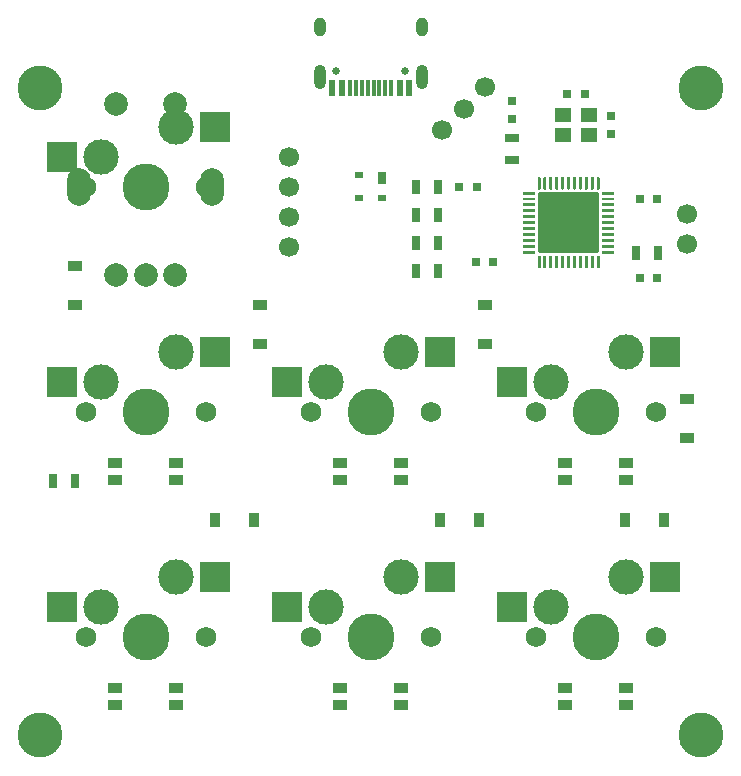
<source format=gbr>
G04 #@! TF.GenerationSoftware,KiCad,Pcbnew,(5.1.11)-1*
G04 #@! TF.CreationDate,2022-09-22T16:50:08+07:00*
G04 #@! TF.ProjectId,Satxri6key,53617478-7269-4366-9b65-792e6b696361,rev?*
G04 #@! TF.SameCoordinates,Original*
G04 #@! TF.FileFunction,Soldermask,Bot*
G04 #@! TF.FilePolarity,Negative*
%FSLAX45Y45*%
G04 Gerber Fmt 4.5, Leading zero omitted, Abs format (unit mm)*
G04 Created by KiCad (PCBNEW (5.1.11)-1) date 2022-09-22 16:50:08*
%MOMM*%
%LPD*%
G01*
G04 APERTURE LIST*
%ADD10C,1.700000*%
%ADD11C,2.000000*%
%ADD12O,2.000000X3.200000*%
%ADD13R,2.550000X2.500000*%
%ADD14C,1.750000*%
%ADD15C,3.000000*%
%ADD16C,3.987800*%
%ADD17R,1.200000X0.900000*%
%ADD18C,3.800000*%
%ADD19R,0.700000X1.300000*%
%ADD20R,1.190000X0.900000*%
%ADD21R,1.400000X1.200000*%
%ADD22O,1.000000X1.600000*%
%ADD23O,1.000000X2.100000*%
%ADD24C,0.650000*%
%ADD25R,0.300000X1.450000*%
%ADD26R,0.600000X1.450000*%
%ADD27R,0.700000X1.000000*%
%ADD28R,0.700000X0.600000*%
%ADD29R,1.300000X0.700000*%
%ADD30R,0.900000X1.200000*%
%ADD31R,0.750000X0.800000*%
%ADD32R,0.800000X0.750000*%
G04 APERTURE END LIST*
D10*
X25981600Y-10039400D03*
X25981600Y-9785400D03*
X25981600Y-9531400D03*
X25981600Y-9277400D03*
D11*
X24515104Y-10275040D03*
X24765104Y-10275040D03*
X25015104Y-10275040D03*
D12*
X24205104Y-9525040D03*
X25325104Y-9525040D03*
D11*
X24515104Y-8825040D03*
X25015104Y-8825040D03*
D13*
X25349304Y-9017040D03*
X24056604Y-9271040D03*
D14*
X25273104Y-9525040D03*
X24257104Y-9525040D03*
D15*
X24384104Y-9271040D03*
D16*
X24765104Y-9525040D03*
D15*
X25019104Y-9017040D03*
D17*
X24169789Y-10523481D03*
X24169789Y-10193481D03*
D10*
X27457400Y-8864600D03*
X27277795Y-9044205D03*
X27637005Y-8684995D03*
D18*
X23872051Y-8691570D03*
X29467993Y-14168449D03*
X29467993Y-8691570D03*
X23872051Y-14168449D03*
D10*
X29349029Y-10009229D03*
X29349029Y-9755229D03*
D19*
X24167850Y-12014200D03*
X23977850Y-12014200D03*
D20*
X24505500Y-13768000D03*
X25024500Y-13918000D03*
X25024500Y-13768000D03*
X24505500Y-13918000D03*
X26410500Y-13768000D03*
X26929500Y-13918000D03*
X26929500Y-13768000D03*
X26410500Y-13918000D03*
X28315500Y-13918000D03*
X28834500Y-13768000D03*
X28834500Y-13918000D03*
X28315500Y-13768000D03*
D13*
X29159200Y-12827000D03*
X27866500Y-13081000D03*
D14*
X29083000Y-13335000D03*
X28067000Y-13335000D03*
D15*
X28194000Y-13081000D03*
D16*
X28575000Y-13335000D03*
D15*
X28829000Y-12827000D03*
D13*
X29159200Y-10922000D03*
X27866500Y-11176000D03*
D14*
X29083000Y-11430000D03*
X28067000Y-11430000D03*
D15*
X28194000Y-11176000D03*
D16*
X28575000Y-11430000D03*
D15*
X28829000Y-10922000D03*
X26924000Y-12827000D03*
D16*
X26670000Y-13335000D03*
D15*
X26289000Y-13081000D03*
D14*
X26162000Y-13335000D03*
X27178000Y-13335000D03*
D13*
X25961500Y-13081000D03*
X27254200Y-12827000D03*
D15*
X26924000Y-10922000D03*
D16*
X26670000Y-11430000D03*
D15*
X26289000Y-11176000D03*
D14*
X26162000Y-11430000D03*
X27178000Y-11430000D03*
D13*
X25961500Y-11176000D03*
X27254200Y-10922000D03*
D15*
X25019000Y-12827000D03*
D16*
X24765000Y-13335000D03*
D15*
X24384000Y-13081000D03*
D14*
X24257000Y-13335000D03*
X25273000Y-13335000D03*
D13*
X24056500Y-13081000D03*
X25349200Y-12827000D03*
D15*
X25019000Y-10922000D03*
D16*
X24765000Y-11430000D03*
D15*
X24384000Y-11176000D03*
D14*
X24257000Y-11430000D03*
X25273000Y-11430000D03*
D13*
X24056500Y-11176000D03*
X25349200Y-10922000D03*
D21*
X28519900Y-8919300D03*
X28299900Y-8919300D03*
X28299900Y-9089300D03*
X28519900Y-9089300D03*
D22*
X27102112Y-8177689D03*
X26238112Y-8177689D03*
D23*
X27102112Y-8595690D03*
X26238112Y-8595690D03*
D24*
X26381112Y-8542690D03*
X26959112Y-8542690D03*
D25*
X26645112Y-8687190D03*
X26695112Y-8687190D03*
X26745112Y-8687190D03*
X26595112Y-8687190D03*
X26795112Y-8687190D03*
X26545112Y-8687190D03*
X26845112Y-8687190D03*
X26495112Y-8687190D03*
D26*
X26425112Y-8687190D03*
X26915112Y-8687190D03*
X26347612Y-8687190D03*
X26992612Y-8687190D03*
G36*
G01*
X28086400Y-10064800D02*
X28086400Y-9594800D01*
G75*
G02*
X28111400Y-9569800I25000J0D01*
G01*
X28581400Y-9569800D01*
G75*
G02*
X28606400Y-9594800I0J-25000D01*
G01*
X28606400Y-10064800D01*
G75*
G02*
X28581400Y-10089800I-25000J0D01*
G01*
X28111400Y-10089800D01*
G75*
G02*
X28086400Y-10064800I0J25000D01*
G01*
G37*
G36*
G01*
X27958900Y-10086050D02*
X27958900Y-10073550D01*
G75*
G02*
X27965150Y-10067300I6250J0D01*
G01*
X28060150Y-10067300D01*
G75*
G02*
X28066400Y-10073550I0J-6250D01*
G01*
X28066400Y-10086050D01*
G75*
G02*
X28060150Y-10092300I-6250J0D01*
G01*
X27965150Y-10092300D01*
G75*
G02*
X27958900Y-10086050I0J6250D01*
G01*
G37*
G36*
G01*
X27958900Y-10036050D02*
X27958900Y-10023550D01*
G75*
G02*
X27965150Y-10017300I6250J0D01*
G01*
X28060150Y-10017300D01*
G75*
G02*
X28066400Y-10023550I0J-6250D01*
G01*
X28066400Y-10036050D01*
G75*
G02*
X28060150Y-10042300I-6250J0D01*
G01*
X27965150Y-10042300D01*
G75*
G02*
X27958900Y-10036050I0J6250D01*
G01*
G37*
G36*
G01*
X27958900Y-9986050D02*
X27958900Y-9973550D01*
G75*
G02*
X27965150Y-9967300I6250J0D01*
G01*
X28060150Y-9967300D01*
G75*
G02*
X28066400Y-9973550I0J-6250D01*
G01*
X28066400Y-9986050D01*
G75*
G02*
X28060150Y-9992300I-6250J0D01*
G01*
X27965150Y-9992300D01*
G75*
G02*
X27958900Y-9986050I0J6250D01*
G01*
G37*
G36*
G01*
X27958900Y-9936050D02*
X27958900Y-9923550D01*
G75*
G02*
X27965150Y-9917300I6250J0D01*
G01*
X28060150Y-9917300D01*
G75*
G02*
X28066400Y-9923550I0J-6250D01*
G01*
X28066400Y-9936050D01*
G75*
G02*
X28060150Y-9942300I-6250J0D01*
G01*
X27965150Y-9942300D01*
G75*
G02*
X27958900Y-9936050I0J6250D01*
G01*
G37*
G36*
G01*
X27958900Y-9886050D02*
X27958900Y-9873550D01*
G75*
G02*
X27965150Y-9867300I6250J0D01*
G01*
X28060150Y-9867300D01*
G75*
G02*
X28066400Y-9873550I0J-6250D01*
G01*
X28066400Y-9886050D01*
G75*
G02*
X28060150Y-9892300I-6250J0D01*
G01*
X27965150Y-9892300D01*
G75*
G02*
X27958900Y-9886050I0J6250D01*
G01*
G37*
G36*
G01*
X27958900Y-9836050D02*
X27958900Y-9823550D01*
G75*
G02*
X27965150Y-9817300I6250J0D01*
G01*
X28060150Y-9817300D01*
G75*
G02*
X28066400Y-9823550I0J-6250D01*
G01*
X28066400Y-9836050D01*
G75*
G02*
X28060150Y-9842300I-6250J0D01*
G01*
X27965150Y-9842300D01*
G75*
G02*
X27958900Y-9836050I0J6250D01*
G01*
G37*
G36*
G01*
X27958900Y-9786050D02*
X27958900Y-9773550D01*
G75*
G02*
X27965150Y-9767300I6250J0D01*
G01*
X28060150Y-9767300D01*
G75*
G02*
X28066400Y-9773550I0J-6250D01*
G01*
X28066400Y-9786050D01*
G75*
G02*
X28060150Y-9792300I-6250J0D01*
G01*
X27965150Y-9792300D01*
G75*
G02*
X27958900Y-9786050I0J6250D01*
G01*
G37*
G36*
G01*
X27958900Y-9736050D02*
X27958900Y-9723550D01*
G75*
G02*
X27965150Y-9717300I6250J0D01*
G01*
X28060150Y-9717300D01*
G75*
G02*
X28066400Y-9723550I0J-6250D01*
G01*
X28066400Y-9736050D01*
G75*
G02*
X28060150Y-9742300I-6250J0D01*
G01*
X27965150Y-9742300D01*
G75*
G02*
X27958900Y-9736050I0J6250D01*
G01*
G37*
G36*
G01*
X27958900Y-9686050D02*
X27958900Y-9673550D01*
G75*
G02*
X27965150Y-9667300I6250J0D01*
G01*
X28060150Y-9667300D01*
G75*
G02*
X28066400Y-9673550I0J-6250D01*
G01*
X28066400Y-9686050D01*
G75*
G02*
X28060150Y-9692300I-6250J0D01*
G01*
X27965150Y-9692300D01*
G75*
G02*
X27958900Y-9686050I0J6250D01*
G01*
G37*
G36*
G01*
X27958900Y-9636050D02*
X27958900Y-9623550D01*
G75*
G02*
X27965150Y-9617300I6250J0D01*
G01*
X28060150Y-9617300D01*
G75*
G02*
X28066400Y-9623550I0J-6250D01*
G01*
X28066400Y-9636050D01*
G75*
G02*
X28060150Y-9642300I-6250J0D01*
G01*
X27965150Y-9642300D01*
G75*
G02*
X27958900Y-9636050I0J6250D01*
G01*
G37*
G36*
G01*
X27958900Y-9586050D02*
X27958900Y-9573550D01*
G75*
G02*
X27965150Y-9567300I6250J0D01*
G01*
X28060150Y-9567300D01*
G75*
G02*
X28066400Y-9573550I0J-6250D01*
G01*
X28066400Y-9586050D01*
G75*
G02*
X28060150Y-9592300I-6250J0D01*
G01*
X27965150Y-9592300D01*
G75*
G02*
X27958900Y-9586050I0J6250D01*
G01*
G37*
G36*
G01*
X28083900Y-9543550D02*
X28083900Y-9448550D01*
G75*
G02*
X28090150Y-9442300I6250J0D01*
G01*
X28102650Y-9442300D01*
G75*
G02*
X28108900Y-9448550I0J-6250D01*
G01*
X28108900Y-9543550D01*
G75*
G02*
X28102650Y-9549800I-6250J0D01*
G01*
X28090150Y-9549800D01*
G75*
G02*
X28083900Y-9543550I0J6250D01*
G01*
G37*
G36*
G01*
X28133900Y-9543550D02*
X28133900Y-9448550D01*
G75*
G02*
X28140150Y-9442300I6250J0D01*
G01*
X28152650Y-9442300D01*
G75*
G02*
X28158900Y-9448550I0J-6250D01*
G01*
X28158900Y-9543550D01*
G75*
G02*
X28152650Y-9549800I-6250J0D01*
G01*
X28140150Y-9549800D01*
G75*
G02*
X28133900Y-9543550I0J6250D01*
G01*
G37*
G36*
G01*
X28183900Y-9543550D02*
X28183900Y-9448550D01*
G75*
G02*
X28190150Y-9442300I6250J0D01*
G01*
X28202650Y-9442300D01*
G75*
G02*
X28208900Y-9448550I0J-6250D01*
G01*
X28208900Y-9543550D01*
G75*
G02*
X28202650Y-9549800I-6250J0D01*
G01*
X28190150Y-9549800D01*
G75*
G02*
X28183900Y-9543550I0J6250D01*
G01*
G37*
G36*
G01*
X28233900Y-9543550D02*
X28233900Y-9448550D01*
G75*
G02*
X28240150Y-9442300I6250J0D01*
G01*
X28252650Y-9442300D01*
G75*
G02*
X28258900Y-9448550I0J-6250D01*
G01*
X28258900Y-9543550D01*
G75*
G02*
X28252650Y-9549800I-6250J0D01*
G01*
X28240150Y-9549800D01*
G75*
G02*
X28233900Y-9543550I0J6250D01*
G01*
G37*
G36*
G01*
X28283900Y-9543550D02*
X28283900Y-9448550D01*
G75*
G02*
X28290150Y-9442300I6250J0D01*
G01*
X28302650Y-9442300D01*
G75*
G02*
X28308900Y-9448550I0J-6250D01*
G01*
X28308900Y-9543550D01*
G75*
G02*
X28302650Y-9549800I-6250J0D01*
G01*
X28290150Y-9549800D01*
G75*
G02*
X28283900Y-9543550I0J6250D01*
G01*
G37*
G36*
G01*
X28333900Y-9543550D02*
X28333900Y-9448550D01*
G75*
G02*
X28340150Y-9442300I6250J0D01*
G01*
X28352650Y-9442300D01*
G75*
G02*
X28358900Y-9448550I0J-6250D01*
G01*
X28358900Y-9543550D01*
G75*
G02*
X28352650Y-9549800I-6250J0D01*
G01*
X28340150Y-9549800D01*
G75*
G02*
X28333900Y-9543550I0J6250D01*
G01*
G37*
G36*
G01*
X28383900Y-9543550D02*
X28383900Y-9448550D01*
G75*
G02*
X28390150Y-9442300I6250J0D01*
G01*
X28402650Y-9442300D01*
G75*
G02*
X28408900Y-9448550I0J-6250D01*
G01*
X28408900Y-9543550D01*
G75*
G02*
X28402650Y-9549800I-6250J0D01*
G01*
X28390150Y-9549800D01*
G75*
G02*
X28383900Y-9543550I0J6250D01*
G01*
G37*
G36*
G01*
X28433900Y-9543550D02*
X28433900Y-9448550D01*
G75*
G02*
X28440150Y-9442300I6250J0D01*
G01*
X28452650Y-9442300D01*
G75*
G02*
X28458900Y-9448550I0J-6250D01*
G01*
X28458900Y-9543550D01*
G75*
G02*
X28452650Y-9549800I-6250J0D01*
G01*
X28440150Y-9549800D01*
G75*
G02*
X28433900Y-9543550I0J6250D01*
G01*
G37*
G36*
G01*
X28483900Y-9543550D02*
X28483900Y-9448550D01*
G75*
G02*
X28490150Y-9442300I6250J0D01*
G01*
X28502650Y-9442300D01*
G75*
G02*
X28508900Y-9448550I0J-6250D01*
G01*
X28508900Y-9543550D01*
G75*
G02*
X28502650Y-9549800I-6250J0D01*
G01*
X28490150Y-9549800D01*
G75*
G02*
X28483900Y-9543550I0J6250D01*
G01*
G37*
G36*
G01*
X28533900Y-9543550D02*
X28533900Y-9448550D01*
G75*
G02*
X28540150Y-9442300I6250J0D01*
G01*
X28552650Y-9442300D01*
G75*
G02*
X28558900Y-9448550I0J-6250D01*
G01*
X28558900Y-9543550D01*
G75*
G02*
X28552650Y-9549800I-6250J0D01*
G01*
X28540150Y-9549800D01*
G75*
G02*
X28533900Y-9543550I0J6250D01*
G01*
G37*
G36*
G01*
X28583900Y-9543550D02*
X28583900Y-9448550D01*
G75*
G02*
X28590150Y-9442300I6250J0D01*
G01*
X28602650Y-9442300D01*
G75*
G02*
X28608900Y-9448550I0J-6250D01*
G01*
X28608900Y-9543550D01*
G75*
G02*
X28602650Y-9549800I-6250J0D01*
G01*
X28590150Y-9549800D01*
G75*
G02*
X28583900Y-9543550I0J6250D01*
G01*
G37*
G36*
G01*
X28626400Y-9586050D02*
X28626400Y-9573550D01*
G75*
G02*
X28632650Y-9567300I6250J0D01*
G01*
X28727650Y-9567300D01*
G75*
G02*
X28733900Y-9573550I0J-6250D01*
G01*
X28733900Y-9586050D01*
G75*
G02*
X28727650Y-9592300I-6250J0D01*
G01*
X28632650Y-9592300D01*
G75*
G02*
X28626400Y-9586050I0J6250D01*
G01*
G37*
G36*
G01*
X28626400Y-9636050D02*
X28626400Y-9623550D01*
G75*
G02*
X28632650Y-9617300I6250J0D01*
G01*
X28727650Y-9617300D01*
G75*
G02*
X28733900Y-9623550I0J-6250D01*
G01*
X28733900Y-9636050D01*
G75*
G02*
X28727650Y-9642300I-6250J0D01*
G01*
X28632650Y-9642300D01*
G75*
G02*
X28626400Y-9636050I0J6250D01*
G01*
G37*
G36*
G01*
X28626400Y-9686050D02*
X28626400Y-9673550D01*
G75*
G02*
X28632650Y-9667300I6250J0D01*
G01*
X28727650Y-9667300D01*
G75*
G02*
X28733900Y-9673550I0J-6250D01*
G01*
X28733900Y-9686050D01*
G75*
G02*
X28727650Y-9692300I-6250J0D01*
G01*
X28632650Y-9692300D01*
G75*
G02*
X28626400Y-9686050I0J6250D01*
G01*
G37*
G36*
G01*
X28626400Y-9736050D02*
X28626400Y-9723550D01*
G75*
G02*
X28632650Y-9717300I6250J0D01*
G01*
X28727650Y-9717300D01*
G75*
G02*
X28733900Y-9723550I0J-6250D01*
G01*
X28733900Y-9736050D01*
G75*
G02*
X28727650Y-9742300I-6250J0D01*
G01*
X28632650Y-9742300D01*
G75*
G02*
X28626400Y-9736050I0J6250D01*
G01*
G37*
G36*
G01*
X28626400Y-9786050D02*
X28626400Y-9773550D01*
G75*
G02*
X28632650Y-9767300I6250J0D01*
G01*
X28727650Y-9767300D01*
G75*
G02*
X28733900Y-9773550I0J-6250D01*
G01*
X28733900Y-9786050D01*
G75*
G02*
X28727650Y-9792300I-6250J0D01*
G01*
X28632650Y-9792300D01*
G75*
G02*
X28626400Y-9786050I0J6250D01*
G01*
G37*
G36*
G01*
X28626400Y-9836050D02*
X28626400Y-9823550D01*
G75*
G02*
X28632650Y-9817300I6250J0D01*
G01*
X28727650Y-9817300D01*
G75*
G02*
X28733900Y-9823550I0J-6250D01*
G01*
X28733900Y-9836050D01*
G75*
G02*
X28727650Y-9842300I-6250J0D01*
G01*
X28632650Y-9842300D01*
G75*
G02*
X28626400Y-9836050I0J6250D01*
G01*
G37*
G36*
G01*
X28626400Y-9886050D02*
X28626400Y-9873550D01*
G75*
G02*
X28632650Y-9867300I6250J0D01*
G01*
X28727650Y-9867300D01*
G75*
G02*
X28733900Y-9873550I0J-6250D01*
G01*
X28733900Y-9886050D01*
G75*
G02*
X28727650Y-9892300I-6250J0D01*
G01*
X28632650Y-9892300D01*
G75*
G02*
X28626400Y-9886050I0J6250D01*
G01*
G37*
G36*
G01*
X28626400Y-9936050D02*
X28626400Y-9923550D01*
G75*
G02*
X28632650Y-9917300I6250J0D01*
G01*
X28727650Y-9917300D01*
G75*
G02*
X28733900Y-9923550I0J-6250D01*
G01*
X28733900Y-9936050D01*
G75*
G02*
X28727650Y-9942300I-6250J0D01*
G01*
X28632650Y-9942300D01*
G75*
G02*
X28626400Y-9936050I0J6250D01*
G01*
G37*
G36*
G01*
X28626400Y-9986050D02*
X28626400Y-9973550D01*
G75*
G02*
X28632650Y-9967300I6250J0D01*
G01*
X28727650Y-9967300D01*
G75*
G02*
X28733900Y-9973550I0J-6250D01*
G01*
X28733900Y-9986050D01*
G75*
G02*
X28727650Y-9992300I-6250J0D01*
G01*
X28632650Y-9992300D01*
G75*
G02*
X28626400Y-9986050I0J6250D01*
G01*
G37*
G36*
G01*
X28626400Y-10036050D02*
X28626400Y-10023550D01*
G75*
G02*
X28632650Y-10017300I6250J0D01*
G01*
X28727650Y-10017300D01*
G75*
G02*
X28733900Y-10023550I0J-6250D01*
G01*
X28733900Y-10036050D01*
G75*
G02*
X28727650Y-10042300I-6250J0D01*
G01*
X28632650Y-10042300D01*
G75*
G02*
X28626400Y-10036050I0J6250D01*
G01*
G37*
G36*
G01*
X28626400Y-10086050D02*
X28626400Y-10073550D01*
G75*
G02*
X28632650Y-10067300I6250J0D01*
G01*
X28727650Y-10067300D01*
G75*
G02*
X28733900Y-10073550I0J-6250D01*
G01*
X28733900Y-10086050D01*
G75*
G02*
X28727650Y-10092300I-6250J0D01*
G01*
X28632650Y-10092300D01*
G75*
G02*
X28626400Y-10086050I0J6250D01*
G01*
G37*
G36*
G01*
X28583900Y-10211050D02*
X28583900Y-10116050D01*
G75*
G02*
X28590150Y-10109800I6250J0D01*
G01*
X28602650Y-10109800D01*
G75*
G02*
X28608900Y-10116050I0J-6250D01*
G01*
X28608900Y-10211050D01*
G75*
G02*
X28602650Y-10217300I-6250J0D01*
G01*
X28590150Y-10217300D01*
G75*
G02*
X28583900Y-10211050I0J6250D01*
G01*
G37*
G36*
G01*
X28533900Y-10211050D02*
X28533900Y-10116050D01*
G75*
G02*
X28540150Y-10109800I6250J0D01*
G01*
X28552650Y-10109800D01*
G75*
G02*
X28558900Y-10116050I0J-6250D01*
G01*
X28558900Y-10211050D01*
G75*
G02*
X28552650Y-10217300I-6250J0D01*
G01*
X28540150Y-10217300D01*
G75*
G02*
X28533900Y-10211050I0J6250D01*
G01*
G37*
G36*
G01*
X28483900Y-10211050D02*
X28483900Y-10116050D01*
G75*
G02*
X28490150Y-10109800I6250J0D01*
G01*
X28502650Y-10109800D01*
G75*
G02*
X28508900Y-10116050I0J-6250D01*
G01*
X28508900Y-10211050D01*
G75*
G02*
X28502650Y-10217300I-6250J0D01*
G01*
X28490150Y-10217300D01*
G75*
G02*
X28483900Y-10211050I0J6250D01*
G01*
G37*
G36*
G01*
X28433900Y-10211050D02*
X28433900Y-10116050D01*
G75*
G02*
X28440150Y-10109800I6250J0D01*
G01*
X28452650Y-10109800D01*
G75*
G02*
X28458900Y-10116050I0J-6250D01*
G01*
X28458900Y-10211050D01*
G75*
G02*
X28452650Y-10217300I-6250J0D01*
G01*
X28440150Y-10217300D01*
G75*
G02*
X28433900Y-10211050I0J6250D01*
G01*
G37*
G36*
G01*
X28383900Y-10211050D02*
X28383900Y-10116050D01*
G75*
G02*
X28390150Y-10109800I6250J0D01*
G01*
X28402650Y-10109800D01*
G75*
G02*
X28408900Y-10116050I0J-6250D01*
G01*
X28408900Y-10211050D01*
G75*
G02*
X28402650Y-10217300I-6250J0D01*
G01*
X28390150Y-10217300D01*
G75*
G02*
X28383900Y-10211050I0J6250D01*
G01*
G37*
G36*
G01*
X28333900Y-10211050D02*
X28333900Y-10116050D01*
G75*
G02*
X28340150Y-10109800I6250J0D01*
G01*
X28352650Y-10109800D01*
G75*
G02*
X28358900Y-10116050I0J-6250D01*
G01*
X28358900Y-10211050D01*
G75*
G02*
X28352650Y-10217300I-6250J0D01*
G01*
X28340150Y-10217300D01*
G75*
G02*
X28333900Y-10211050I0J6250D01*
G01*
G37*
G36*
G01*
X28283900Y-10211050D02*
X28283900Y-10116050D01*
G75*
G02*
X28290150Y-10109800I6250J0D01*
G01*
X28302650Y-10109800D01*
G75*
G02*
X28308900Y-10116050I0J-6250D01*
G01*
X28308900Y-10211050D01*
G75*
G02*
X28302650Y-10217300I-6250J0D01*
G01*
X28290150Y-10217300D01*
G75*
G02*
X28283900Y-10211050I0J6250D01*
G01*
G37*
G36*
G01*
X28233900Y-10211050D02*
X28233900Y-10116050D01*
G75*
G02*
X28240150Y-10109800I6250J0D01*
G01*
X28252650Y-10109800D01*
G75*
G02*
X28258900Y-10116050I0J-6250D01*
G01*
X28258900Y-10211050D01*
G75*
G02*
X28252650Y-10217300I-6250J0D01*
G01*
X28240150Y-10217300D01*
G75*
G02*
X28233900Y-10211050I0J6250D01*
G01*
G37*
G36*
G01*
X28183900Y-10211050D02*
X28183900Y-10116050D01*
G75*
G02*
X28190150Y-10109800I6250J0D01*
G01*
X28202650Y-10109800D01*
G75*
G02*
X28208900Y-10116050I0J-6250D01*
G01*
X28208900Y-10211050D01*
G75*
G02*
X28202650Y-10217300I-6250J0D01*
G01*
X28190150Y-10217300D01*
G75*
G02*
X28183900Y-10211050I0J6250D01*
G01*
G37*
G36*
G01*
X28133900Y-10211050D02*
X28133900Y-10116050D01*
G75*
G02*
X28140150Y-10109800I6250J0D01*
G01*
X28152650Y-10109800D01*
G75*
G02*
X28158900Y-10116050I0J-6250D01*
G01*
X28158900Y-10211050D01*
G75*
G02*
X28152650Y-10217300I-6250J0D01*
G01*
X28140150Y-10217300D01*
G75*
G02*
X28133900Y-10211050I0J6250D01*
G01*
G37*
G36*
G01*
X28083900Y-10211050D02*
X28083900Y-10116050D01*
G75*
G02*
X28090150Y-10109800I6250J0D01*
G01*
X28102650Y-10109800D01*
G75*
G02*
X28108900Y-10116050I0J-6250D01*
G01*
X28108900Y-10211050D01*
G75*
G02*
X28102650Y-10217300I-6250J0D01*
G01*
X28090150Y-10217300D01*
G75*
G02*
X28083900Y-10211050I0J6250D01*
G01*
G37*
D27*
X26770000Y-9450000D03*
D28*
X26570000Y-9430000D03*
X26770000Y-9620000D03*
X26570000Y-9620000D03*
D20*
X28315500Y-11863000D03*
X28834500Y-12013000D03*
X28834500Y-11863000D03*
X28315500Y-12013000D03*
X26410500Y-11863000D03*
X26929500Y-12013000D03*
X26929500Y-11863000D03*
X26410500Y-12013000D03*
X24505500Y-11863000D03*
X25024500Y-12013000D03*
X25024500Y-11863000D03*
X24505500Y-12013000D03*
D19*
X29105000Y-10083800D03*
X28915000Y-10083800D03*
D29*
X27863800Y-9112500D03*
X27863800Y-9302500D03*
D19*
X27051250Y-10001250D03*
X27241250Y-10001250D03*
X27241250Y-9763125D03*
X27051250Y-9763125D03*
X27241250Y-9525000D03*
X27051250Y-9525000D03*
X27241250Y-10239375D03*
X27051250Y-10239375D03*
D30*
X28826840Y-12349480D03*
X29156840Y-12349480D03*
D17*
X29349029Y-11654579D03*
X29349029Y-11324579D03*
D30*
X27586840Y-12349480D03*
X27256840Y-12349480D03*
D17*
X27635200Y-10528400D03*
X27635200Y-10858400D03*
D30*
X25681840Y-12349480D03*
X25351840Y-12349480D03*
D17*
X25730200Y-10528400D03*
X25730200Y-10858400D03*
D31*
X27863800Y-8952300D03*
X27863800Y-8802300D03*
D32*
X27420500Y-9525000D03*
X27570500Y-9525000D03*
X28947700Y-10299700D03*
X29097700Y-10299700D03*
X28947700Y-9626600D03*
X29097700Y-9626600D03*
X28334900Y-8737600D03*
X28484900Y-8737600D03*
D31*
X28702000Y-8929300D03*
X28702000Y-9079300D03*
D32*
X27710200Y-10160000D03*
X27560200Y-10160000D03*
M02*

</source>
